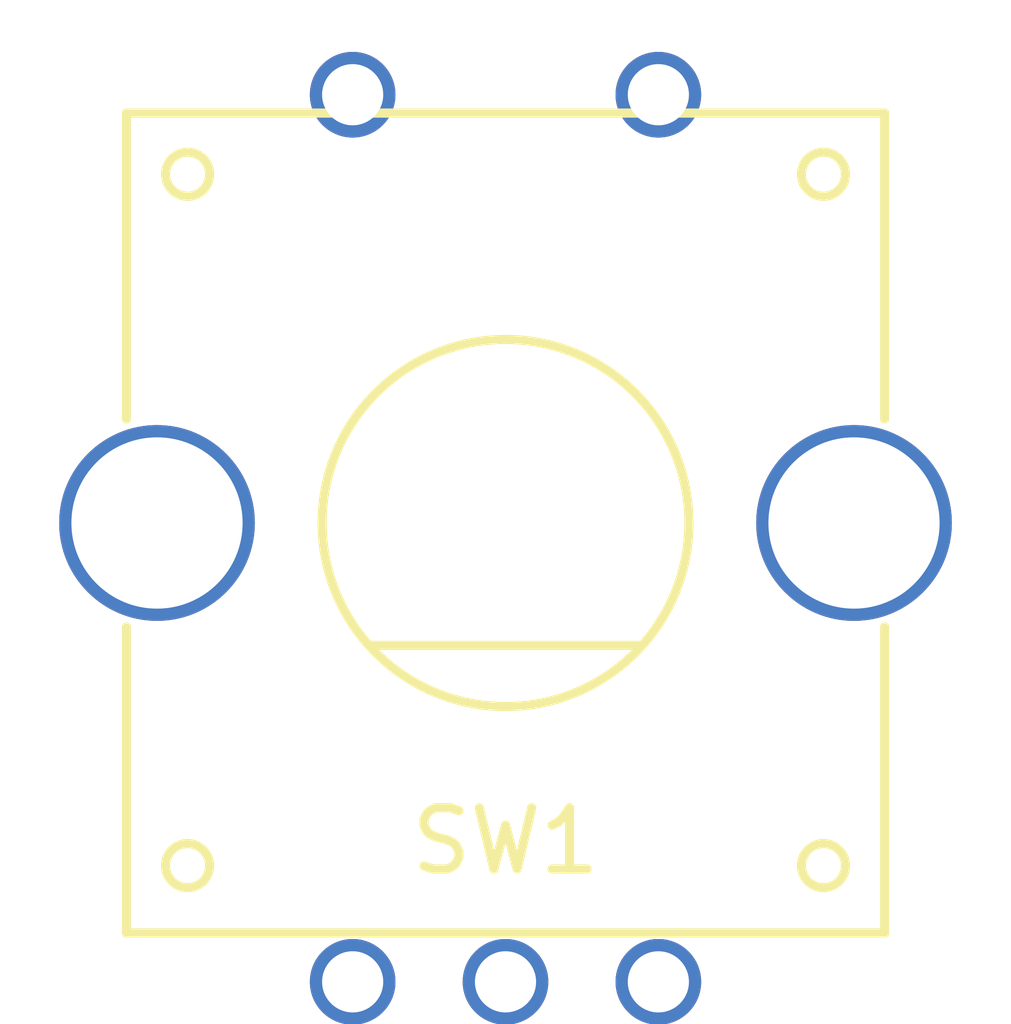
<source format=kicad_pcb>
(kicad_pcb (version 20211014) (generator pcbnew)
  (layers (0 "F.Cu" signal) (31 "B.Cu" signal) (34 "B.Paste" user) (35 "F.Paste" user) (36 "B.SilkS" user "B.Silkscreen") (37 "F.SilkS" user "F.Silkscreen") (38 "B.Mask" user) (39 "F.Mask" user) (44 "Edge.Cuts" user))
  (net 0 "")
  (net 1 "+3V3")
  (net 2 "Pin1")
  (net 3 "Pin0")
  (net 4 "Pin2")
  (footprint "local:PEC11R-4220F-S0024" (layer "F.Cu") (at 0 0)
    (fp_text reference "SW1" (at 0 5.2 unlocked) (layer "F.SilkS"))
    (fp_text value "RotaryEncoder_Switch")
    (fp_line (start -6.2 6.7) (end -6.2 1.7) (layer "F.SilkS") (width 0.15))
    (fp_line (start -6.2 -6.7) (end 6.2 -6.7) (layer "F.SilkS") (width 0.15))
    (fp_line (start 6.2 -6.7) (end 6.2 -1.7) (layer "F.SilkS") (width 0.15))
    (fp_line (start 6.2 6.7) (end 6.2 1.7) (layer "F.SilkS") (width 0.15))
    (fp_line (start -6.2 -6.7) (end -6.2 -1.7) (layer "F.SilkS") (width 0.15))
    (fp_line (start -2.2 2) (end 2.2 2) (layer "F.SilkS") (width 0.15))
    (fp_line (start -6.2 6.7) (end 6.2 6.7) (layer "F.SilkS") (width 0.15))
    (fp_circle (center 5.2 5.6) (end 5.560555 5.6) (layer "F.SilkS") (width 0.15) (fill none))
    (fp_circle (center 5.2 -5.7) (end 5.560555 -5.7) (layer "F.SilkS") (width 0.15) (fill none))
    (fp_circle (center -5.2 -5.7) (end -5 -5.4) (layer "F.SilkS") (width 0.15) (fill none))
    (fp_circle (center 0 0) (end 3 0) (layer "F.SilkS") (width 0.15) (fill none))
    (fp_circle (center -5.2 5.6) (end -5 5.9) (layer "F.SilkS") (width 0.15) (fill none))
    (pad "" thru_hole circle locked (at -5.7 0) (size 3.2 3.2) (drill 2.8) (layers *.Cu *.Mask))
    (pad "" thru_hole circle locked (at 5.7 0) (size 3.2 3.2) (drill 2.8) (layers *.Cu *.Mask))
    (pad "A" thru_hole circle locked (at -2.5 7.5) (size 1.4 1.4) (drill 1) (layers *.Cu *.Mask) (net 3 "Pin0"))
    (pad "B" thru_hole circle locked (at 2.5 7.5) (size 1.4 1.4) (drill 1) (layers *.Cu *.Mask) (net 2 "Pin1"))
    (pad "C" thru_hole circle locked (at 0 7.5) (size 1.4 1.4) (drill 1) (layers *.Cu *.Mask) (net 1 "+3V3"))
    (pad "S1" thru_hole circle locked (at -2.5 -7) (size 1.4 1.4) (drill 1) (layers *.Cu *.Mask) (net 1 "+3V3"))
    (pad "S2" thru_hole circle locked (at 2.5 -7) (size 1.4 1.4) (drill 1) (layers *.Cu *.Mask) (net 4 "Pin2"))
  )
)
</source>
